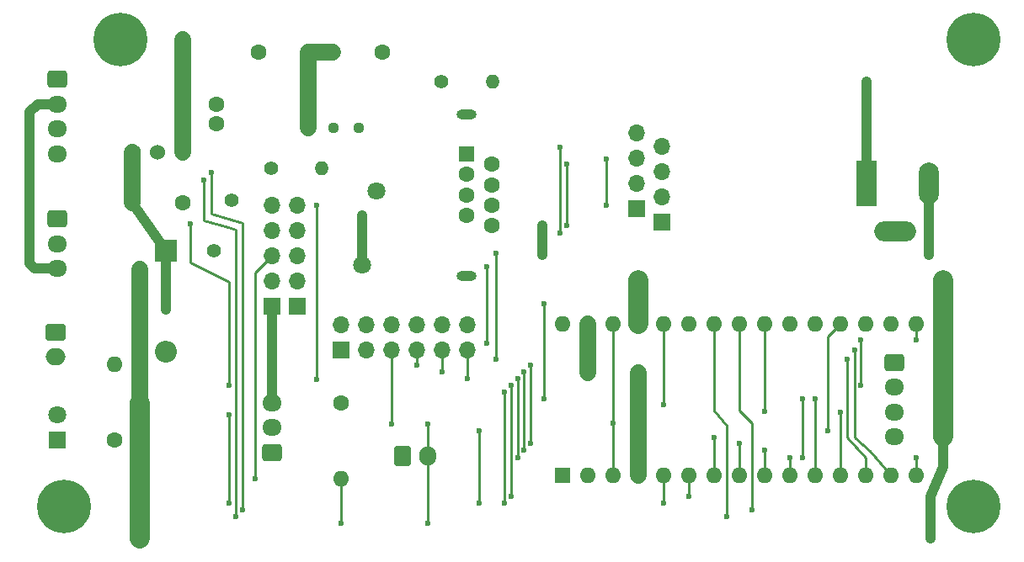
<source format=gbr>
%TF.GenerationSoftware,KiCad,Pcbnew,8.0.9-8.0.9-0~ubuntu22.04.1*%
%TF.CreationDate,2025-06-27T15:10:21+09:00*%
%TF.ProjectId,M302N,4d333032-4e2e-46b6-9963-61645f706362,2.00*%
%TF.SameCoordinates,Original*%
%TF.FileFunction,Copper,L1,Top*%
%TF.FilePolarity,Positive*%
%FSLAX46Y46*%
G04 Gerber Fmt 4.6, Leading zero omitted, Abs format (unit mm)*
G04 Created by KiCad (PCBNEW 8.0.9-8.0.9-0~ubuntu22.04.1) date 2025-06-27 15:10:21*
%MOMM*%
%LPD*%
G01*
G04 APERTURE LIST*
G04 Aperture macros list*
%AMRoundRect*
0 Rectangle with rounded corners*
0 $1 Rounding radius*
0 $2 $3 $4 $5 $6 $7 $8 $9 X,Y pos of 4 corners*
0 Add a 4 corners polygon primitive as box body*
4,1,4,$2,$3,$4,$5,$6,$7,$8,$9,$2,$3,0*
0 Add four circle primitives for the rounded corners*
1,1,$1+$1,$2,$3*
1,1,$1+$1,$4,$5*
1,1,$1+$1,$6,$7*
1,1,$1+$1,$8,$9*
0 Add four rect primitives between the rounded corners*
20,1,$1+$1,$2,$3,$4,$5,0*
20,1,$1+$1,$4,$5,$6,$7,0*
20,1,$1+$1,$6,$7,$8,$9,0*
20,1,$1+$1,$8,$9,$2,$3,0*%
G04 Aperture macros list end*
%TA.AperFunction,ComponentPad*%
%ADD10R,1.700000X1.700000*%
%TD*%
%TA.AperFunction,ComponentPad*%
%ADD11O,1.700000X1.700000*%
%TD*%
%TA.AperFunction,ComponentPad*%
%ADD12O,2.000000X1.000000*%
%TD*%
%TA.AperFunction,ComponentPad*%
%ADD13R,1.600000X1.600000*%
%TD*%
%TA.AperFunction,ComponentPad*%
%ADD14C,1.600000*%
%TD*%
%TA.AperFunction,ComponentPad*%
%ADD15C,1.400000*%
%TD*%
%TA.AperFunction,ComponentPad*%
%ADD16O,1.600000X1.600000*%
%TD*%
%TA.AperFunction,ComponentPad*%
%ADD17C,5.400000*%
%TD*%
%TA.AperFunction,ComponentPad*%
%ADD18RoundRect,0.250000X-0.750000X0.600000X-0.750000X-0.600000X0.750000X-0.600000X0.750000X0.600000X0*%
%TD*%
%TA.AperFunction,ComponentPad*%
%ADD19O,2.000000X1.700000*%
%TD*%
%TA.AperFunction,ComponentPad*%
%ADD20RoundRect,0.250000X-0.725000X0.600000X-0.725000X-0.600000X0.725000X-0.600000X0.725000X0.600000X0*%
%TD*%
%TA.AperFunction,ComponentPad*%
%ADD21O,1.950000X1.700000*%
%TD*%
%TA.AperFunction,ComponentPad*%
%ADD22O,1.400000X1.400000*%
%TD*%
%TA.AperFunction,ComponentPad*%
%ADD23RoundRect,0.250000X-0.600000X-0.750000X0.600000X-0.750000X0.600000X0.750000X-0.600000X0.750000X0*%
%TD*%
%TA.AperFunction,ComponentPad*%
%ADD24O,1.700000X2.000000*%
%TD*%
%TA.AperFunction,ComponentPad*%
%ADD25R,1.117600X1.117600*%
%TD*%
%TA.AperFunction,ComponentPad*%
%ADD26C,1.117600*%
%TD*%
%TA.AperFunction,ComponentPad*%
%ADD27RoundRect,0.250000X0.725000X-0.600000X0.725000X0.600000X-0.725000X0.600000X-0.725000X-0.600000X0*%
%TD*%
%TA.AperFunction,ComponentPad*%
%ADD28R,2.200000X2.200000*%
%TD*%
%TA.AperFunction,ComponentPad*%
%ADD29O,2.200000X2.200000*%
%TD*%
%TA.AperFunction,ComponentPad*%
%ADD30C,1.800000*%
%TD*%
%TA.AperFunction,ComponentPad*%
%ADD31C,1.524000*%
%TD*%
%TA.AperFunction,ComponentPad*%
%ADD32R,1.800000X1.800000*%
%TD*%
%TA.AperFunction,ComponentPad*%
%ADD33R,2.000000X4.600000*%
%TD*%
%TA.AperFunction,ComponentPad*%
%ADD34O,2.000000X4.200000*%
%TD*%
%TA.AperFunction,ComponentPad*%
%ADD35O,4.200000X2.000000*%
%TD*%
%TA.AperFunction,ViaPad*%
%ADD36C,0.600000*%
%TD*%
%TA.AperFunction,ViaPad*%
%ADD37C,1.000000*%
%TD*%
%TA.AperFunction,Conductor*%
%ADD38C,1.000000*%
%TD*%
%TA.AperFunction,Conductor*%
%ADD39C,0.250000*%
%TD*%
%TA.AperFunction,Conductor*%
%ADD40C,2.000000*%
%TD*%
%TA.AperFunction,Conductor*%
%ADD41C,1.700000*%
%TD*%
G04 APERTURE END LIST*
D10*
%TO.P,J18,1,Pin_1*%
%TO.N,Net-(J18-Pin_1)*%
X135680000Y-81229200D03*
D11*
%TO.P,J18,2,Pin_2*%
%TO.N,Net-(J18-Pin_2)*%
X135680000Y-78689200D03*
%TO.P,J18,3,Pin_3*%
%TO.N,unconnected-(J18-Pin_3-Pad3)*%
X135680000Y-76149200D03*
%TO.P,J18,4,Pin_4*%
%TO.N,unconnected-(J18-Pin_4-Pad4)*%
X135680000Y-73609200D03*
%TD*%
D10*
%TO.P,J13,1,Pin_1*%
%TO.N,unconnected-(J13-Pin_1-Pad1)*%
X99060000Y-89662000D03*
D11*
%TO.P,J13,2,Pin_2*%
%TO.N,/D12{slash}MISO*%
X99060000Y-87122000D03*
%TO.P,J13,3,Pin_3*%
%TO.N,/\u002AD11{slash}MOSI*%
X99060000Y-84582000D03*
%TO.P,J13,4,Pin_4*%
%TO.N,/\u002AD10{slash}SS*%
X99060000Y-82042000D03*
%TO.P,J13,5,Pin_5*%
%TO.N,Net-(A1-D13)*%
X99060000Y-79502000D03*
%TD*%
D12*
%TO.P,J11,*%
%TO.N,GND*%
X116064000Y-86577000D03*
X116064000Y-70327000D03*
D13*
%TO.P,J11,1*%
%TO.N,Net-(J18-Pin_1)*%
X116064000Y-74372000D03*
D14*
%TO.P,J11,2*%
%TO.N,Net-(J19-Pin_1)*%
X118604000Y-75392000D03*
%TO.P,J11,3*%
%TO.N,Net-(J18-Pin_2)*%
X116064000Y-76412000D03*
%TO.P,J11,4*%
%TO.N,Net-(D1-A)*%
X118604000Y-77432000D03*
%TO.P,J11,5*%
X116064000Y-78452000D03*
%TO.P,J11,6*%
%TO.N,Net-(J19-Pin_3)*%
X118604000Y-79472000D03*
%TO.P,J11,7*%
%TO.N,Net-(J1-Pad2)*%
X116064000Y-80492000D03*
%TO.P,J11,8*%
X118604000Y-81512000D03*
%TD*%
%TO.P,C2,1*%
%TO.N,Net-(U2-VIN)*%
X100123000Y-64075000D03*
%TO.P,C2,2*%
%TO.N,GND*%
X95123000Y-64075000D03*
%TD*%
D15*
%TO.P,F1,1*%
%TO.N,Net-(D3-K)*%
X90675000Y-84074000D03*
%TO.P,F1,2*%
%TO.N,/+12V*%
X92475000Y-78974000D03*
%TD*%
D14*
%TO.P,R1,1*%
%TO.N,Net-(D2-K)*%
X80700000Y-103125000D03*
D16*
%TO.P,R1,2*%
%TO.N,GND*%
X80700000Y-95505000D03*
%TD*%
D17*
%TO.P,REF\u002A\u002A,1*%
%TO.N,GND*%
X75565000Y-109855000D03*
%TD*%
D10*
%TO.P,J19,1,Pin_1*%
%TO.N,Net-(J19-Pin_1)*%
X133140000Y-79883000D03*
D11*
%TO.P,J19,2,Pin_2*%
%TO.N,unconnected-(J19-Pin_2-Pad2)*%
X133140000Y-77343000D03*
%TO.P,J19,3,Pin_3*%
%TO.N,Net-(J19-Pin_3)*%
X133140000Y-74803000D03*
%TO.P,J19,4,Pin_4*%
%TO.N,unconnected-(J19-Pin_4-Pad4)*%
X133140000Y-72263000D03*
%TD*%
D18*
%TO.P,J12,1,Pin_1*%
%TO.N,GND*%
X74782000Y-92269000D03*
D19*
%TO.P,J12,2,Pin_2*%
%TO.N,Net-(D3-K)*%
X74782000Y-94769000D03*
%TD*%
D13*
%TO.P,A1,1,D1/TX*%
%TO.N,unconnected-(A1-D1{slash}TX-Pad1)*%
X125730000Y-106680000D03*
D16*
%TO.P,A1,2,D0/RX*%
%TO.N,unconnected-(A1-D0{slash}RX-Pad2)*%
X128270000Y-106680000D03*
%TO.P,A1,3,~{RESET}*%
%TO.N,/~{RESET}*%
X130810000Y-106680000D03*
%TO.P,A1,4,GND*%
%TO.N,GND*%
X133350000Y-106680000D03*
%TO.P,A1,5,D2*%
%TO.N,Net-(A1-D2)*%
X135890000Y-106680000D03*
%TO.P,A1,6,D3*%
%TO.N,Net-(A1-D3)*%
X138430000Y-106680000D03*
%TO.P,A1,7,D4*%
%TO.N,Net-(A1-D4)*%
X140970000Y-106680000D03*
%TO.P,A1,8,D5*%
%TO.N,Net-(A1-D5)*%
X143510000Y-106680000D03*
%TO.P,A1,9,D6*%
%TO.N,Net-(A1-D6)*%
X146050000Y-106680000D03*
%TO.P,A1,10,D7*%
%TO.N,Net-(A1-D7)*%
X148590000Y-106680000D03*
%TO.P,A1,11,D8*%
%TO.N,/RX*%
X151130000Y-106680000D03*
%TO.P,A1,12,D9*%
%TO.N,/TX*%
X153670000Y-106680000D03*
%TO.P,A1,13,D10*%
%TO.N,/\u002AD10{slash}SS*%
X156210000Y-106680000D03*
%TO.P,A1,14,D11*%
%TO.N,/\u002AD11{slash}MOSI*%
X158750000Y-106680000D03*
%TO.P,A1,15,D12*%
%TO.N,/D12{slash}MISO*%
X161290000Y-106680000D03*
%TO.P,A1,16,D13*%
%TO.N,Net-(A1-D13)*%
X161290000Y-91440000D03*
%TO.P,A1,17,3V3*%
%TO.N,unconnected-(A1-3V3-Pad17)*%
X158750000Y-91440000D03*
%TO.P,A1,18,AREF*%
%TO.N,unconnected-(A1-AREF-Pad18)*%
X156210000Y-91440000D03*
%TO.P,A1,19,A0*%
%TO.N,Net-(A1-A0)*%
X153670000Y-91440000D03*
%TO.P,A1,20,A1*%
%TO.N,unconnected-(A1-A1-Pad20)*%
X151130000Y-91440000D03*
%TO.P,A1,21,A2*%
%TO.N,unconnected-(A1-A2-Pad21)*%
X148590000Y-91440000D03*
%TO.P,A1,22,A3*%
%TO.N,Net-(A1-A3)*%
X146050000Y-91440000D03*
%TO.P,A1,23,A4*%
%TO.N,/A4{slash}SDA*%
X143510000Y-91440000D03*
%TO.P,A1,24,A5*%
%TO.N,/A5{slash}SCL*%
X140970000Y-91440000D03*
%TO.P,A1,25,A6*%
%TO.N,unconnected-(A1-A6-Pad25)*%
X138430000Y-91440000D03*
%TO.P,A1,26,A7*%
%TO.N,Net-(A1-A7)*%
X135890000Y-91440000D03*
%TO.P,A1,27,+5V*%
%TO.N,+5V*%
X133350000Y-91440000D03*
%TO.P,A1,28,~{RESET}*%
%TO.N,/~{RESET}*%
X130810000Y-91440000D03*
%TO.P,A1,29,GND*%
%TO.N,GND*%
X128270000Y-91440000D03*
%TO.P,A1,30,VIN*%
%TO.N,unconnected-(A1-VIN-Pad30)*%
X125730000Y-91440000D03*
%TD*%
D14*
%TO.P,C4,1*%
%TO.N,Net-(D3-K)*%
X82500000Y-79250000D03*
%TO.P,C4,2*%
%TO.N,GND*%
X87500000Y-79250000D03*
%TD*%
D17*
%TO.P,REF\u002A\u002A,1*%
%TO.N,GND*%
X81280000Y-62865000D03*
%TD*%
D10*
%TO.P,J3,1,Pin_1*%
%TO.N,Net-(A1-D2)*%
X103479600Y-94030800D03*
D11*
%TO.P,J3,2,Pin_2*%
%TO.N,GND*%
X103479600Y-91490800D03*
%TO.P,J3,3,Pin_3*%
%TO.N,Net-(A1-D3)*%
X106019600Y-94030800D03*
%TO.P,J3,4,Pin_4*%
%TO.N,GND*%
X106019600Y-91490800D03*
%TO.P,J3,5,Pin_5*%
%TO.N,Net-(A1-D4)*%
X108559600Y-94030800D03*
%TO.P,J3,6,Pin_6*%
%TO.N,GND*%
X108559600Y-91490800D03*
%TO.P,J3,7,Pin_7*%
%TO.N,Net-(A1-D5)*%
X111099600Y-94030800D03*
%TO.P,J3,8,Pin_8*%
%TO.N,GND*%
X111099600Y-91490800D03*
%TO.P,J3,9,Pin_9*%
%TO.N,Net-(A1-D6)*%
X113639600Y-94030800D03*
%TO.P,J3,10,Pin_10*%
%TO.N,GND*%
X113639600Y-91490800D03*
%TO.P,J3,11,Pin_11*%
%TO.N,Net-(A1-D7)*%
X116179600Y-94030800D03*
%TO.P,J3,12,Pin_12*%
%TO.N,GND*%
X116179600Y-91490800D03*
%TD*%
D20*
%TO.P,J4,1,Pin_1*%
%TO.N,GND*%
X74930000Y-66802000D03*
D21*
%TO.P,J4,2,Pin_2*%
%TO.N,+5V*%
X74930000Y-69302000D03*
%TO.P,J4,3,Pin_3*%
%TO.N,/A4{slash}SDA*%
X74930000Y-71802000D03*
%TO.P,J4,4,Pin_4*%
%TO.N,/A5{slash}SCL*%
X74930000Y-74302000D03*
%TD*%
D15*
%TO.P,D4,1,K*%
%TO.N,/+12V*%
X113495000Y-67032500D03*
D22*
%TO.P,D4,2,A*%
%TO.N,Net-(D4-A)*%
X118660000Y-67032500D03*
%TD*%
D23*
%TO.P,J7,1,Pin_1*%
%TO.N,GND*%
X109675000Y-104775000D03*
D24*
%TO.P,J7,2,Pin_2*%
%TO.N,/~{RESET}*%
X112175000Y-104775000D03*
%TD*%
D25*
%TO.P,U2,1,VIN*%
%TO.N,Net-(U2-VIN)*%
X100123000Y-71750000D03*
D26*
%TO.P,U2,2,GND*%
%TO.N,GND*%
X102663000Y-71750000D03*
%TO.P,U2,3,VOUT*%
%TO.N,+5V*%
X105203000Y-71750000D03*
%TD*%
D27*
%TO.P,J6,1,Pin_1*%
%TO.N,GND*%
X96550000Y-104375000D03*
D21*
%TO.P,J6,2,Pin_2*%
%TO.N,Net-(A1-A3)*%
X96550000Y-101875000D03*
%TO.P,J6,3,Pin_3*%
%TO.N,+5V*%
X96550000Y-99375000D03*
%TD*%
D14*
%TO.P,C5,1*%
%TO.N,Net-(U2-VIN)*%
X102616000Y-64075000D03*
%TO.P,C5,2*%
%TO.N,GND*%
X107616000Y-64075000D03*
%TD*%
%TO.P,R2,1*%
%TO.N,+5V*%
X103479600Y-99375000D03*
D16*
%TO.P,R2,2*%
%TO.N,/~{RESET}*%
X103479600Y-106995000D03*
%TD*%
D28*
%TO.P,D3,1,K*%
%TO.N,Net-(D3-K)*%
X85852000Y-84074000D03*
D29*
%TO.P,D3,2,A*%
%TO.N,GND*%
X85852000Y-94234000D03*
%TD*%
D30*
%TO.P,R3,1*%
%TO.N,Net-(J1-Pad2)*%
X105599000Y-85538000D03*
%TO.P,R3,2*%
%TO.N,Net-(D1-A)*%
X107000000Y-78038000D03*
%TD*%
D31*
%TO.P,FL1,1,1*%
%TO.N,Net-(U2-VIN)*%
X87580000Y-74150000D03*
%TO.P,FL1,2,2*%
%TO.N,GND*%
X85040000Y-74150000D03*
%TO.P,FL1,3,3*%
%TO.N,Net-(D3-K)*%
X82500000Y-74150000D03*
%TD*%
D17*
%TO.P,REF\u002A\u002A,1*%
%TO.N,GND*%
X167005000Y-62865000D03*
%TD*%
D32*
%TO.P,D2,1,K*%
%TO.N,Net-(D2-K)*%
X74930000Y-103124000D03*
D30*
%TO.P,D2,2,A*%
%TO.N,Net-(A1-A0)*%
X74930000Y-100584000D03*
%TD*%
D15*
%TO.P,D1,1,K*%
%TO.N,/+12V*%
X96410000Y-75750000D03*
D22*
%TO.P,D1,2,A*%
%TO.N,Net-(D1-A)*%
X101490000Y-75750000D03*
%TD*%
D10*
%TO.P,J14,1,Pin_1*%
%TO.N,+5V*%
X96520000Y-89662000D03*
D11*
%TO.P,J14,2,Pin_2*%
%TO.N,GND*%
X96520000Y-87122000D03*
%TO.P,J14,3,Pin_3*%
%TO.N,/~{RESET}*%
X96520000Y-84582000D03*
%TO.P,J14,4,Pin_4*%
%TO.N,unconnected-(J14-Pin_4-Pad4)*%
X96520000Y-82042000D03*
%TO.P,J14,5,Pin_5*%
%TO.N,unconnected-(J14-Pin_5-Pad5)*%
X96520000Y-79502000D03*
%TD*%
D20*
%TO.P,J5,1,Pin_1*%
%TO.N,GND*%
X74909000Y-80879000D03*
D21*
%TO.P,J5,2,Pin_2*%
%TO.N,Net-(A1-A7)*%
X74909000Y-83379000D03*
%TO.P,J5,3,Pin_3*%
%TO.N,+5V*%
X74909000Y-85879000D03*
%TD*%
D14*
%TO.P,C1,1*%
%TO.N,+5V*%
X90932000Y-69302000D03*
%TO.P,C1,2*%
%TO.N,GND*%
X90932000Y-71302000D03*
%TD*%
D17*
%TO.P,REF\u002A\u002A,1*%
%TO.N,GND*%
X167005000Y-109855000D03*
%TD*%
D33*
%TO.P,J1,1*%
%TO.N,Net-(D4-A)*%
X156260000Y-77343600D03*
D34*
%TO.P,J1,2*%
%TO.N,Net-(J1-Pad2)*%
X162560000Y-77343600D03*
D35*
%TO.P,J1,3*%
%TO.N,GND*%
X159160000Y-82143600D03*
%TD*%
D20*
%TO.P,J2,1,Pin_1*%
%TO.N,GND*%
X159054800Y-95310000D03*
D21*
%TO.P,J2,2,Pin_2*%
%TO.N,/RX*%
X159054800Y-97810000D03*
%TO.P,J2,3,Pin_3*%
%TO.N,/TX*%
X159054800Y-100310000D03*
%TO.P,J2,4,Pin_4*%
%TO.N,+5V*%
X159054800Y-102810000D03*
%TD*%
D36*
%TO.N,Net-(A1-A0)*%
X92203900Y-109482000D03*
X117348000Y-102210000D03*
X117348000Y-109500000D03*
X92203900Y-100584000D03*
X152400000Y-102210000D03*
%TO.N,Net-(A1-D13)*%
X161290000Y-93091600D03*
X101000000Y-79502000D03*
X155702000Y-93091600D03*
X155702000Y-97614200D03*
X101000000Y-97003000D03*
%TO.N,/~{RESET}*%
X112175000Y-101550000D03*
X103479600Y-111480000D03*
X112175000Y-111480000D03*
X130810000Y-101473000D03*
X94843600Y-106995000D03*
%TO.N,/RX*%
X151130000Y-98934200D03*
%TO.N,/A5{slash}SCL*%
X89662000Y-76962000D03*
X92863600Y-110820000D03*
X142240000Y-110820000D03*
%TO.N,/TX*%
X153670000Y-100310000D03*
%TO.N,Net-(A1-D4)*%
X108550000Y-101550000D03*
X140970000Y-102870000D03*
%TO.N,Net-(A1-D6)*%
X121870000Y-96290000D03*
X146050000Y-104140000D03*
X121870000Y-104140000D03*
X113639600Y-96275000D03*
%TO.N,/D12{slash}MISO*%
X149850000Y-98934200D03*
X123850000Y-89408000D03*
X123850000Y-98934200D03*
X149860000Y-104902000D03*
X161290000Y-104902000D03*
D37*
%TO.N,+5V*%
X133350000Y-87000000D03*
X162687000Y-113054000D03*
X83200000Y-99375000D03*
X164000000Y-102810000D03*
X164000000Y-87000000D03*
X83200000Y-85879000D03*
X83200000Y-113054000D03*
%TO.N,GND*%
X133350000Y-96393000D03*
X128270000Y-96393000D03*
D36*
%TO.N,/A4{slash}SDA*%
X144780000Y-110160000D03*
X90424000Y-76200000D03*
X93523600Y-110160000D03*
%TO.N,Net-(A1-D5)*%
X111100000Y-95630000D03*
X143510000Y-103505000D03*
X122530000Y-95630000D03*
X122530000Y-103505000D03*
%TO.N,/\u002AD11{slash}MOSI*%
X118110000Y-85725000D03*
X118110000Y-93370800D03*
X155067000Y-94030800D03*
%TO.N,Net-(A1-D7)*%
X121210000Y-96950000D03*
X148590000Y-104902000D03*
X116175000Y-96950000D03*
X121210000Y-104902000D03*
%TO.N,Net-(A1-A7)*%
X135890000Y-99594200D03*
X92203900Y-97663000D03*
X88340000Y-81407000D03*
%TO.N,/\u002AD10{slash}SS*%
X119000000Y-84328000D03*
X119000000Y-94970000D03*
X154330000Y-94970000D03*
D37*
%TO.N,Net-(J1-Pad2)*%
X123700000Y-81512000D03*
X162550000Y-84480000D03*
X105599000Y-80492000D03*
X123700000Y-84480000D03*
D36*
%TO.N,Net-(J19-Pin_1)*%
X126136000Y-75392000D03*
X126136000Y-81512000D03*
%TO.N,Net-(J18-Pin_1)*%
X125476000Y-73660000D03*
X125476000Y-82296000D03*
%TO.N,Net-(J19-Pin_3)*%
X130100000Y-74879200D03*
X130100000Y-79472000D03*
%TO.N,Net-(A1-D2)*%
X135890000Y-109500000D03*
X119890000Y-109500000D03*
X119890000Y-98270000D03*
D37*
%TO.N,Net-(D3-K)*%
X85852000Y-90000000D03*
D36*
%TO.N,Net-(A1-A3)*%
X146050000Y-100254200D03*
%TO.N,Net-(A1-D3)*%
X120550000Y-108840000D03*
X120550000Y-97610000D03*
X138430000Y-108840000D03*
D37*
%TO.N,Net-(D4-A)*%
X156260000Y-67032500D03*
%TO.N,Net-(U2-VIN)*%
X87580000Y-62865000D03*
%TD*%
D38*
%TO.N,+5V*%
X164000000Y-102810000D02*
X164000000Y-105800000D01*
X164000000Y-105800000D02*
X162687000Y-108839000D01*
X162687000Y-108839000D02*
X162687000Y-113054000D01*
D39*
%TO.N,Net-(A1-A0)*%
X152400000Y-102210000D02*
X152400000Y-92710000D01*
X92203900Y-100584000D02*
X92203900Y-109482000D01*
X117348000Y-102210000D02*
X117348000Y-109500000D01*
X152400000Y-92710000D02*
X153670000Y-91440000D01*
%TO.N,Net-(A1-D13)*%
X101000000Y-79502000D02*
X101000000Y-97003000D01*
X155702000Y-97614200D02*
X155702000Y-93091600D01*
X161290000Y-93091600D02*
X161290000Y-91440000D01*
%TO.N,/~{RESET}*%
X130810000Y-101473000D02*
X130810000Y-106680000D01*
X103479600Y-106995000D02*
X103479600Y-111480000D01*
X112175000Y-104775000D02*
X112175000Y-111470000D01*
X130810000Y-91440000D02*
X130810000Y-101473000D01*
X94843600Y-86258400D02*
X94843600Y-106995000D01*
X112175000Y-101550000D02*
X112175000Y-104775000D01*
X96520000Y-84582000D02*
X94843600Y-86258400D01*
X112175000Y-111470000D02*
X112175000Y-111480000D01*
%TO.N,/RX*%
X151130000Y-106680000D02*
X151130000Y-98934200D01*
%TO.N,/A5{slash}SCL*%
X89662000Y-81051000D02*
X92100000Y-81700000D01*
X140970000Y-91440000D02*
X140970000Y-100203000D01*
X140970000Y-100203000D02*
X142240000Y-101727000D01*
X142240000Y-101727000D02*
X142240000Y-110820000D01*
X92863600Y-81940000D02*
X92863600Y-110820000D01*
X92100000Y-81700000D02*
X92863600Y-81940000D01*
X89662000Y-76962000D02*
X89662000Y-81051000D01*
%TO.N,/TX*%
X153670000Y-100310000D02*
X153670000Y-106680000D01*
%TO.N,Net-(A1-D4)*%
X140970000Y-102870000D02*
X140970000Y-106680000D01*
X108550000Y-94035800D02*
X108550000Y-101550000D01*
%TO.N,Net-(A1-D6)*%
X113639600Y-94030800D02*
X113639600Y-96275000D01*
X121870000Y-96290000D02*
X121870000Y-104140000D01*
X146050000Y-106680000D02*
X146050000Y-104140000D01*
%TO.N,/D12{slash}MISO*%
X149860000Y-104902000D02*
X149860000Y-98934200D01*
X161290000Y-106680000D02*
X161290000Y-104902000D01*
X123850000Y-89408000D02*
X123850000Y-98933000D01*
X123850000Y-98933000D02*
X123850000Y-98934200D01*
D38*
%TO.N,+5V*%
X72120000Y-85328000D02*
X72120000Y-70120000D01*
X72671000Y-85879000D02*
X72120000Y-85328000D01*
D40*
X133350000Y-87000000D02*
X133350000Y-91440000D01*
D38*
X96520000Y-99394000D02*
X96520000Y-89662000D01*
X72938000Y-69302000D02*
X74930000Y-69302000D01*
D40*
X164000000Y-87000000D02*
X164000000Y-102810000D01*
D38*
X72120000Y-70120000D02*
X72938000Y-69302000D01*
D41*
X83200000Y-85900000D02*
X83200000Y-99394000D01*
D38*
X74909000Y-85879000D02*
X72671000Y-85879000D01*
D40*
X83200000Y-99375000D02*
X83200000Y-113054000D01*
D38*
%TO.N,GND*%
X159131000Y-82172600D02*
X159160000Y-82143600D01*
D41*
X133350000Y-106680000D02*
X133350000Y-96393000D01*
X128270000Y-96393000D02*
X128270000Y-91440000D01*
D39*
%TO.N,/A4{slash}SDA*%
X93523600Y-81280000D02*
X93523600Y-110094500D01*
X143510000Y-100203000D02*
X144780000Y-101473000D01*
X144780000Y-101473000D02*
X144780000Y-110160000D01*
X143510000Y-91440000D02*
X143510000Y-100203000D01*
X90424000Y-80391000D02*
X93523600Y-81280000D01*
X90424000Y-76200000D02*
X90424000Y-80391000D01*
%TO.N,Net-(A1-D5)*%
X111099600Y-94030800D02*
X111099600Y-95630000D01*
X122530000Y-103505000D02*
X122530000Y-95656400D01*
X143510000Y-106680000D02*
X143510000Y-103505000D01*
%TO.N,/\u002AD11{slash}MOSI*%
X158750000Y-106680000D02*
X156591000Y-104267000D01*
X155067000Y-102870000D02*
X155067000Y-94030800D01*
X156591000Y-104267000D02*
X155067000Y-102870000D01*
X118110000Y-85725000D02*
X118110000Y-93370800D01*
%TO.N,Net-(A1-D7)*%
X116179600Y-94030800D02*
X116179600Y-96950000D01*
X148590000Y-106680000D02*
X148590000Y-104902000D01*
X121210000Y-96950000D02*
X121210000Y-104902000D01*
%TO.N,Net-(A1-A7)*%
X88340000Y-85236100D02*
X92203900Y-87200000D01*
X135890000Y-91440000D02*
X135890000Y-99594200D01*
X88340000Y-81407000D02*
X88340000Y-85236100D01*
X92203900Y-87200000D02*
X92203900Y-97663000D01*
%TO.N,/\u002AD10{slash}SS*%
X119000000Y-84328000D02*
X119000000Y-94970000D01*
X154330000Y-94970000D02*
X154330000Y-102870000D01*
X156210000Y-104902000D02*
X154330000Y-102870000D01*
X156210000Y-106680000D02*
X156210000Y-104902000D01*
D38*
%TO.N,Net-(J1-Pad2)*%
X162550000Y-84480000D02*
X162550000Y-77353600D01*
X123700000Y-81512000D02*
X123700000Y-84480000D01*
X162550000Y-77353600D02*
X162560000Y-77343600D01*
X105599000Y-80492000D02*
X105599000Y-85538000D01*
D39*
%TO.N,Net-(J19-Pin_1)*%
X126136000Y-75392000D02*
X126136000Y-81636000D01*
%TO.N,Net-(J18-Pin_1)*%
X125476000Y-73660000D02*
X125476000Y-82296000D01*
%TO.N,Net-(J19-Pin_3)*%
X130100000Y-74879200D02*
X130100000Y-79472000D01*
%TO.N,Net-(A1-D2)*%
X119890000Y-98270000D02*
X119890000Y-109500000D01*
X135890000Y-109500000D02*
X135890000Y-106680000D01*
D38*
%TO.N,Net-(D3-K)*%
X74795000Y-94782000D02*
X74782000Y-94769000D01*
X85852000Y-84074000D02*
X85852000Y-90000000D01*
X82804000Y-74041000D02*
X82804000Y-74075000D01*
D41*
X82500000Y-74150000D02*
X82500000Y-79250000D01*
D38*
X82500000Y-79250000D02*
X85852000Y-84074000D01*
D39*
%TO.N,Net-(A1-A3)*%
X146050000Y-100254200D02*
X146050000Y-91440000D01*
%TO.N,Net-(A1-D3)*%
X120550000Y-97610000D02*
X120550000Y-108840000D01*
X138430000Y-108840000D02*
X138430000Y-106680000D01*
D38*
%TO.N,Net-(D4-A)*%
X156260000Y-67032500D02*
X156260000Y-77350000D01*
D41*
%TO.N,Net-(U2-VIN)*%
X100123000Y-64075000D02*
X102616000Y-64075000D01*
X87580000Y-62865000D02*
X87580000Y-74150000D01*
X100123000Y-71750000D02*
X100123000Y-64075000D01*
%TD*%
M02*

</source>
